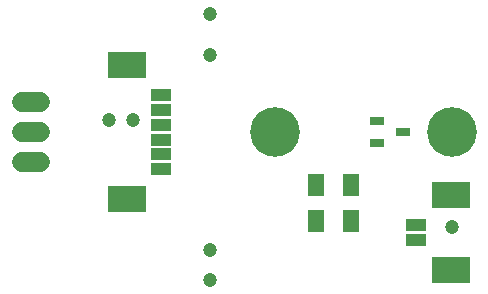
<source format=gbr>
G04 EAGLE Gerber X2 export*
%TF.Part,Single*%
%TF.FileFunction,Soldermask,Top,1*%
%TF.FilePolarity,Negative*%
%TF.GenerationSoftware,Autodesk,EAGLE,9.1.0*%
%TF.CreationDate,2020-08-17T16:38:24Z*%
G75*
%MOMM*%
%FSLAX34Y34*%
%LPD*%
%AMOC8*
5,1,8,0,0,1.08239X$1,22.5*%
G01*
%ADD10R,1.253200X0.803200*%
%ADD11R,1.803200X1.003200*%
%ADD12R,3.203200X2.303200*%
%ADD13C,1.727200*%
%ADD14R,1.363200X1.883200*%
%ADD15C,1.203200*%
%ADD16C,4.203200*%


D10*
X337000Y154500D03*
X337000Y135500D03*
X359000Y145000D03*
D11*
X370000Y53750D03*
X370000Y66250D03*
D12*
X399000Y28250D03*
X399000Y91750D03*
D13*
X51120Y119600D02*
X35880Y119600D01*
X35880Y145000D02*
X51120Y145000D01*
X51120Y170400D02*
X35880Y170400D01*
D14*
X285250Y100000D03*
X314750Y100000D03*
D11*
X154000Y176250D03*
X154000Y163750D03*
X154000Y151250D03*
X154000Y138750D03*
X154000Y126250D03*
X154000Y113750D03*
D12*
X125000Y201750D03*
X125000Y88250D03*
D14*
X314750Y70000D03*
X285250Y70000D03*
D15*
X195000Y245000D03*
D16*
X400000Y145000D03*
X250000Y145000D03*
D15*
X195000Y210000D03*
X400000Y65000D03*
X130000Y155000D03*
X195000Y45000D03*
X110000Y155000D03*
X195000Y20000D03*
M02*

</source>
